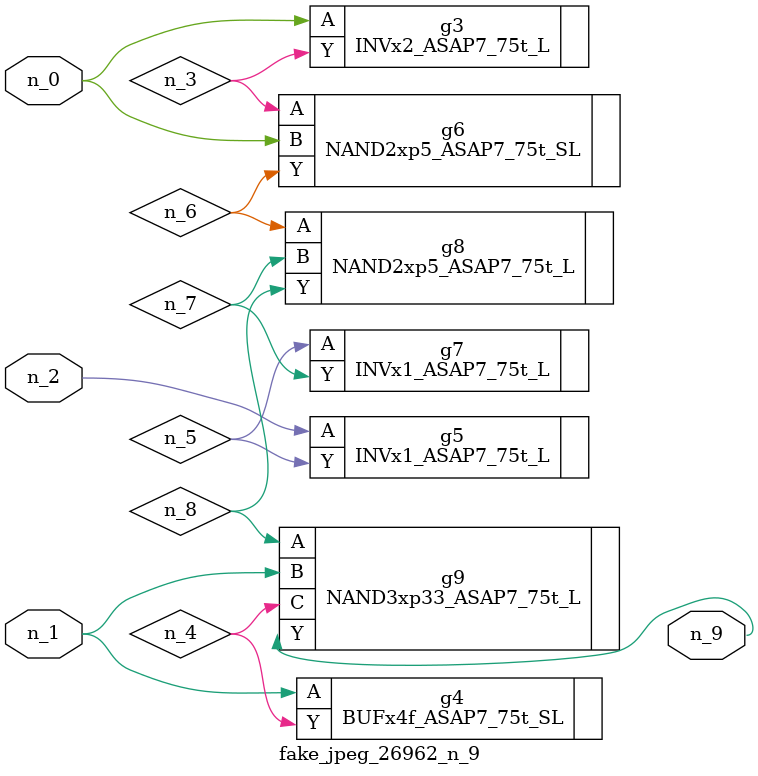
<source format=v>
module fake_jpeg_26962_n_9 (n_0, n_2, n_1, n_9);

input n_0;
input n_2;
input n_1;

output n_9;

wire n_3;
wire n_4;
wire n_8;
wire n_6;
wire n_5;
wire n_7;

INVx2_ASAP7_75t_L g3 ( 
.A(n_0),
.Y(n_3)
);

BUFx4f_ASAP7_75t_SL g4 ( 
.A(n_1),
.Y(n_4)
);

INVx1_ASAP7_75t_L g5 ( 
.A(n_2),
.Y(n_5)
);

NAND2xp5_ASAP7_75t_SL g6 ( 
.A(n_3),
.B(n_0),
.Y(n_6)
);

NAND2xp5_ASAP7_75t_L g8 ( 
.A(n_6),
.B(n_7),
.Y(n_8)
);

INVx1_ASAP7_75t_L g7 ( 
.A(n_5),
.Y(n_7)
);

NAND3xp33_ASAP7_75t_L g9 ( 
.A(n_8),
.B(n_1),
.C(n_4),
.Y(n_9)
);


endmodule
</source>
